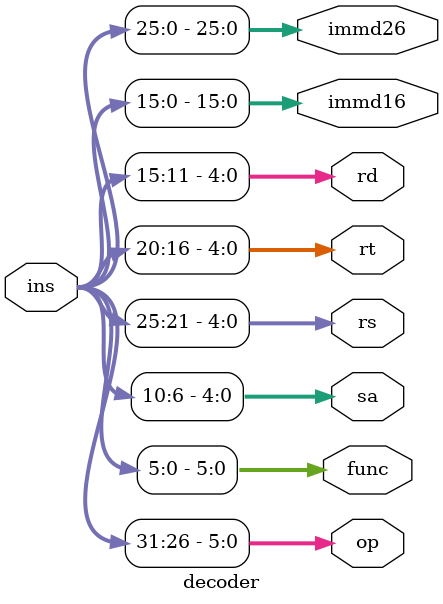
<source format=v>
`include "define.v"

module decoder(
    input [31:0] ins,
    output [5:0] op,
    output [5:0] func,
    output [4:0] sa,
    output [4:0] rs,
    output [4:0] rt,
    output [4:0] rd,
    output [15:0] immd16,
    output [25:0] immd26
    );
    assign op = ins[31:26];
    assign func = ins[5:0];
    assign sa = ins[10:6];
    assign rs = ins[25:21];
    assign rt = ins[20:16];
    assign rd = ins[15:11];
    assign immd16 = ins[15:0];
    assign immd26 = ins[25:0];
endmodule
</source>
